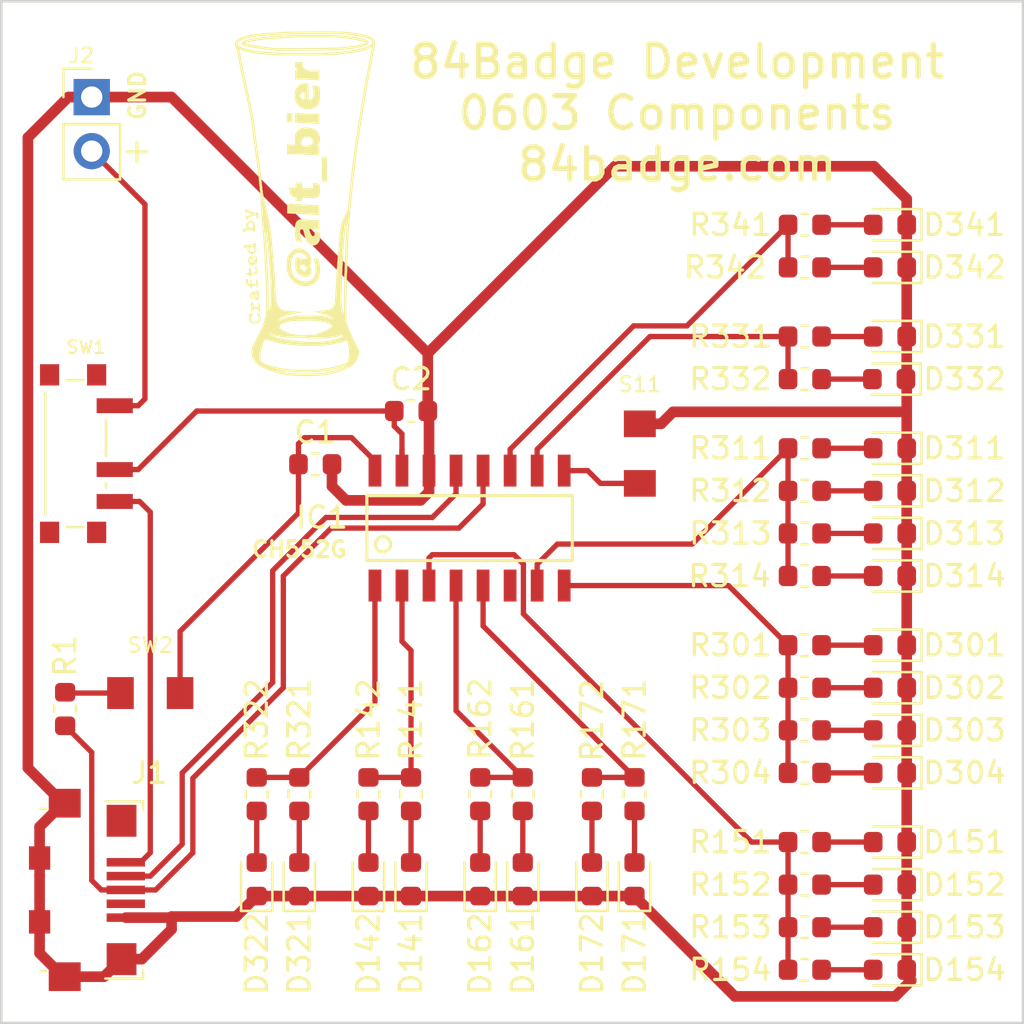
<source format=kicad_pcb>
(kicad_pcb (version 20171130) (host pcbnew "(5.1.0)-1")
  (title_block (title 84_Badge) (date 2020-03-21) (company "Created by @alt_bier a.k.a. Richard Gowen") (comment 1 84badge.com))
  (layers (0 F.Cu signal) (31 B.Cu signal) (34 B.Paste user) (35 F.Paste user) (36 B.SilkS user) (37 F.SilkS user) (38 B.Mask user) (39 F.Mask user) (44 Edge.Cuts user))
  (net 0 "")
  (net 1 GND)
  (net 2 V33)
  (net 3 VCC)
  (net 4 "Net-(D141-Pad2)")
  (net 5 "Net-(D142-Pad2)")
  (net 6 "Net-(D151-Pad2)")
  (net 7 "Net-(D152-Pad2)")
  (net 8 "Net-(D153-Pad2)")
  (net 9 "Net-(D154-Pad2)")
  (net 10 "Net-(D161-Pad2)")
  (net 11 "Net-(D162-Pad2)")
  (net 12 "Net-(D171-Pad2)")
  (net 13 "Net-(D172-Pad2)")
  (net 14 "Net-(D301-Pad2)")
  (net 15 "Net-(D302-Pad2)")
  (net 16 "Net-(D303-Pad2)")
  (net 17 "Net-(D304-Pad2)")
  (net 18 "Net-(D311-Pad2)")
  (net 19 "Net-(D312-Pad2)")
  (net 20 "Net-(D313-Pad2)")
  (net 21 "Net-(D314-Pad2)")
  (net 22 "Net-(D321-Pad2)")
  (net 23 "Net-(D322-Pad2)")
  (net 24 "Net-(D331-Pad2)")
  (net 25 "Net-(D332-Pad2)")
  (net 26 "Net-(D341-Pad2)")
  (net 27 "Net-(D342-Pad2)")
  (net 28 D-)
  (net 29 D+)
  (net 30 P3.4)
  (net 31 P3.3)
  (net 32 P1.1)
  (net 33 P3.0)
  (net 34 P3.1)
  (net 35 P1.7)
  (net 36 P1.6)
  (net 37 P1.5)
  (net 38 P1.4)
  (net 39 P3.2)
  (net 40 USB-PWR)
  (net 41 BAT-PWR)
  (net 42 "Net-(R1-Pad2)")
  (module 0_alt_bier:logo-alt_bier-1400dpi-7x16mm-front (layer F.Cu) (at 89 86.5)
    (fp_text reference G*** hide)
    (fp_text value LOGO hide)
  )
  (module 0_local:Conn_Pin_Header_Straight_1x02_Pitch2.54mm (layer F.Cu) (at 79 81.5)
    (fp_text reference J2 (at -1.15 -1.95 unlocked) (layer F.SilkS) (effects (font (size 0.7 0.7) (thickness 0.1)) (justify left)))
    (fp_text value Conn_01x02)
    (fp_text user GND (at 2.15 -0.075 90) (layer F.SilkS) (effects (font (size 0.75 0.75))))
    (pad 2 thru_hole oval (at 0 2.54) (size 1.7 1.7) (drill 1) (layers *.Cu *.Mask) (net 41 BAT-PWR))
    (pad 1 thru_hole rect (at 0 0) (size 1.7 1.7) (drill 1) (layers *.Cu *.Mask) (net 1 GND))
  )
  (module 0_local:SW_TS2306A240GFMSM9_C388290 (layer F.Cu) (at 104.75 98.25 90)
    (fp_text reference S11 (at 3.25 0 unlocked) (layer F.SilkS) (effects (font (size 0.7 0.7) (thickness 0.1))))
    (fp_text value SW_TS2306A hide)
    (pad 2 smd rect (at 1.4 0 90) (size 1.25 1.5) (layers F.Cu F.Paste F.Mask) (net 1 GND))
    (pad 1 smd rect (at -1.4 0 90) (size 1.25 1.5) (layers F.Cu F.Paste F.Mask) (net 32 P1.1))
  )
  (module 0_local:SW_SPDT_PCM12_C136659 (layer F.Cu) (at 78.25 98.25 270)
    (fp_text reference SW1 (at -5 0.5 unlocked) (layer F.SilkS) (effects (font (size 0.6 0.6) (thickness 0.1)) (justify left)))
    (fp_text value SPDT_C136659)
    (pad "" smd rect (at -3.7 -0.98 270) (size 1 0.9) (layers F.Cu F.Paste F.Mask))
    (pad "" smd rect (at 3.7 -0.98 270) (size 1 0.9) (layers F.Cu F.Paste F.Mask))
    (pad "" smd rect (at 3.7 1.23 270) (size 1 0.9) (layers F.Cu F.Paste F.Mask))
    (pad "" smd rect (at -3.7 1.23 270) (size 1 0.9) (layers F.Cu F.Paste F.Mask))
    (pad 3 smd rect (at 2.25 -1.83 270) (size 0.7 1.7) (layers F.Cu F.Paste F.Mask) (net 40 USB-PWR))
    (pad 2 smd rect (at 0.75 -1.83 270) (size 0.7 1.7) (layers F.Cu F.Paste F.Mask) (net 3 VCC))
    (pad 1 smd rect (at -2.25 -1.83 270) (size 0.7 1.7) (layers F.Cu F.Paste F.Mask) (net 41 BAT-PWR))
    (pad "" np_thru_hole circle (at 1.5 0.03 270) (size 0.9 0.9) (drill 0.9) (layers *.Cu *.Mask))
    (pad "" np_thru_hole circle (at -1.5 0.03 270) (size 0.9 0.9) (drill 0.9) (layers *.Cu *.Mask))
  )
  (module 0_local:SW_TS2306A240GFMSM9_C388290 (layer F.Cu) (at 81.75 109.5 180)
    (fp_text reference SW2 (at 0 2.25 unlocked) (layer F.SilkS) (effects (font (size 0.7 0.7) (thickness 0.1))))
    (fp_text value TS2306A hide)
    (pad 1 smd rect (at -1.4 0 180) (size 1.25 1.5) (layers F.Cu F.Paste F.Mask) (net 2 V33))
    (pad 2 smd rect (at 1.4 0 180) (size 1.25 1.5) (layers F.Cu F.Paste F.Mask) (net 42 "Net-(R1-Pad2)"))
  )
  (module 0_local:C_0603_1608Metric (layer F.Cu) (at 89.5 98.75)
    (fp_text reference C1 (at 0 -1.5) (layer F.SilkS))
    (fp_text value 0.1uF/100nF)
    (pad 2 smd roundrect (at 0.7875 0) (size 0.875 0.95) (layers F.Cu F.Paste F.Mask) (net 1 GND))
    (pad 1 smd roundrect (at -0.7875 0) (size 0.875 0.95) (layers F.Cu F.Paste F.Mask) (net 2 V33))
  )
  (module 0_local:C_0603_1608Metric (layer F.Cu) (at 94 96.25)
    (fp_text reference C2 (at 0 -1.5) (layer F.SilkS))
    (fp_text value 0.1uF/100nF)
    (pad 1 smd roundrect (at -0.7875 0) (size 0.875 0.95) (layers F.Cu F.Paste F.Mask) (net 3 VCC))
    (pad 2 smd roundrect (at 0.7875 0) (size 0.875 0.95) (layers F.Cu F.Paste F.Mask) (net 1 GND))
  )
  (module 0_local:LED_0603_1608Metric (layer F.Cu) (at 94 118.25 90)
    (fp_text reference D141 (at -3.5 0 90) (layer F.SilkS))
    (fp_text value Blue)
    (pad 2 smd roundrect (at 0.7875 0 90) (size 0.875 0.95) (layers F.Cu F.Paste F.Mask) (net 4 "Net-(D141-Pad2)"))
    (pad 1 smd roundrect (at -0.7875 0 90) (size 0.875 0.95) (layers F.Cu F.Paste F.Mask) (net 1 GND))
  )
  (module 0_local:LED_0603_1608Metric (layer F.Cu) (at 92 118.25 90)
    (fp_text reference D142 (at -3.5 0 90) (layer F.SilkS))
    (fp_text value Blue)
    (pad 1 smd roundrect (at -0.7875 0 90) (size 0.875 0.95) (layers F.Cu F.Paste F.Mask) (net 1 GND))
    (pad 2 smd roundrect (at 0.7875 0 90) (size 0.875 0.95) (layers F.Cu F.Paste F.Mask) (net 5 "Net-(D142-Pad2)"))
  )
  (module 0_local:LED_0603_1608Metric (layer F.Cu) (at 116.5 116.5 180)
    (fp_text reference D151 (at -3.5 0 180) (layer F.SilkS))
    (fp_text value Yellow)
    (pad 1 smd roundrect (at -0.7875 0 180) (size 0.875 0.95) (layers F.Cu F.Paste F.Mask) (net 1 GND))
    (pad 2 smd roundrect (at 0.7875 0 180) (size 0.875 0.95) (layers F.Cu F.Paste F.Mask) (net 6 "Net-(D151-Pad2)"))
  )
  (module 0_local:LED_0603_1608Metric (layer F.Cu) (at 116.5 118.5 180)
    (fp_text reference D152 (at -3.5 0 180) (layer F.SilkS))
    (fp_text value Yellow)
    (pad 2 smd roundrect (at 0.7875 0 180) (size 0.875 0.95) (layers F.Cu F.Paste F.Mask) (net 7 "Net-(D152-Pad2)"))
    (pad 1 smd roundrect (at -0.7875 0 180) (size 0.875 0.95) (layers F.Cu F.Paste F.Mask) (net 1 GND))
  )
  (module 0_local:LED_0603_1608Metric (layer F.Cu) (at 116.5 120.5 180)
    (fp_text reference D153 (at -3.5 0 180) (layer F.SilkS))
    (fp_text value Yellow)
    (pad 2 smd roundrect (at 0.7875 0 180) (size 0.875 0.95) (layers F.Cu F.Paste F.Mask) (net 8 "Net-(D153-Pad2)"))
    (pad 1 smd roundrect (at -0.7875 0 180) (size 0.875 0.95) (layers F.Cu F.Paste F.Mask) (net 1 GND))
  )
  (module 0_local:LED_0603_1608Metric (layer F.Cu) (at 116.5 122.5 180)
    (fp_text reference D154 (at -3.5 0 180) (layer F.SilkS))
    (fp_text value Yellow)
    (pad 1 smd roundrect (at -0.7875 0 180) (size 0.875 0.95) (layers F.Cu F.Paste F.Mask) (net 1 GND))
    (pad 2 smd roundrect (at 0.7875 0 180) (size 0.875 0.95) (layers F.Cu F.Paste F.Mask) (net 9 "Net-(D154-Pad2)"))
  )
  (module 0_local:LED_0603_1608Metric (layer F.Cu) (at 99.25 118.25 90)
    (fp_text reference D161 (at -3.5 0 90) (layer F.SilkS))
    (fp_text value Blue)
    (pad 2 smd roundrect (at 0.7875 0 90) (size 0.875 0.95) (layers F.Cu F.Paste F.Mask) (net 10 "Net-(D161-Pad2)"))
    (pad 1 smd roundrect (at -0.7875 0 90) (size 0.875 0.95) (layers F.Cu F.Paste F.Mask) (net 1 GND))
  )
  (module 0_local:LED_0603_1608Metric (layer F.Cu) (at 97.25 118.25 90)
    (fp_text reference D162 (at -3.5 0 90) (layer F.SilkS))
    (fp_text value Blue)
    (pad 2 smd roundrect (at 0.7875 0 90) (size 0.875 0.95) (layers F.Cu F.Paste F.Mask) (net 11 "Net-(D162-Pad2)"))
    (pad 1 smd roundrect (at -0.7875 0 90) (size 0.875 0.95) (layers F.Cu F.Paste F.Mask) (net 1 GND))
  )
  (module 0_local:LED_0603_1608Metric (layer F.Cu) (at 104.5 118.25 90)
    (fp_text reference D171 (at -3.5 0 90) (layer F.SilkS))
    (fp_text value Blue)
    (pad 2 smd roundrect (at 0.7875 0 90) (size 0.875 0.95) (layers F.Cu F.Paste F.Mask) (net 12 "Net-(D171-Pad2)"))
    (pad 1 smd roundrect (at -0.7875 0 90) (size 0.875 0.95) (layers F.Cu F.Paste F.Mask) (net 1 GND))
  )
  (module 0_local:LED_0603_1608Metric (layer F.Cu) (at 102.5 118.25 90)
    (fp_text reference D172 (at -3.5 0 90) (layer F.SilkS))
    (fp_text value Blue)
    (pad 1 smd roundrect (at -0.7875 0 90) (size 0.875 0.95) (layers F.Cu F.Paste F.Mask) (net 1 GND))
    (pad 2 smd roundrect (at 0.7875 0 90) (size 0.875 0.95) (layers F.Cu F.Paste F.Mask) (net 13 "Net-(D172-Pad2)"))
  )
  (module 0_local:LED_0603_1608Metric (layer F.Cu) (at 116.5 107.25 180)
    (fp_text reference D301 (at -3.5 0 180) (layer F.SilkS))
    (fp_text value Yellow)
    (pad 1 smd roundrect (at -0.7875 0 180) (size 0.875 0.95) (layers F.Cu F.Paste F.Mask) (net 1 GND))
    (pad 2 smd roundrect (at 0.7875 0 180) (size 0.875 0.95) (layers F.Cu F.Paste F.Mask) (net 14 "Net-(D301-Pad2)"))
  )
  (module 0_local:LED_0603_1608Metric (layer F.Cu) (at 116.5 109.25 180)
    (fp_text reference D302 (at -3.5 0 180) (layer F.SilkS))
    (fp_text value Yellow)
    (pad 1 smd roundrect (at -0.7875 0 180) (size 0.875 0.95) (layers F.Cu F.Paste F.Mask) (net 1 GND))
    (pad 2 smd roundrect (at 0.7875 0 180) (size 0.875 0.95) (layers F.Cu F.Paste F.Mask) (net 15 "Net-(D302-Pad2)"))
  )
  (module 0_local:LED_0603_1608Metric (layer F.Cu) (at 116.5 111.25 180)
    (fp_text reference D303 (at -3.5 0 180) (layer F.SilkS))
    (fp_text value Yellow)
    (pad 2 smd roundrect (at 0.7875 0 180) (size 0.875 0.95) (layers F.Cu F.Paste F.Mask) (net 16 "Net-(D303-Pad2)"))
    (pad 1 smd roundrect (at -0.7875 0 180) (size 0.875 0.95) (layers F.Cu F.Paste F.Mask) (net 1 GND))
  )
  (module 0_local:LED_0603_1608Metric (layer F.Cu) (at 116.5 113.25 180)
    (fp_text reference D304 (at -3.5 0 180) (layer F.SilkS))
    (fp_text value Yellow)
    (pad 1 smd roundrect (at -0.7875 0 180) (size 0.875 0.95) (layers F.Cu F.Paste F.Mask) (net 1 GND))
    (pad 2 smd roundrect (at 0.7875 0 180) (size 0.875 0.95) (layers F.Cu F.Paste F.Mask) (net 17 "Net-(D304-Pad2)"))
  )
  (module 0_local:LED_0603_1608Metric (layer F.Cu) (at 116.5 98 180)
    (fp_text reference D311 (at -3.5 0 180) (layer F.SilkS))
    (fp_text value Red)
    (pad 2 smd roundrect (at 0.7875 0 180) (size 0.875 0.95) (layers F.Cu F.Paste F.Mask) (net 18 "Net-(D311-Pad2)"))
    (pad 1 smd roundrect (at -0.7875 0 180) (size 0.875 0.95) (layers F.Cu F.Paste F.Mask) (net 1 GND))
  )
  (module 0_local:LED_0603_1608Metric (layer F.Cu) (at 116.5 100 180)
    (fp_text reference D312 (at -3.5 0 180) (layer F.SilkS))
    (fp_text value Red)
    (pad 1 smd roundrect (at -0.7875 0 180) (size 0.875 0.95) (layers F.Cu F.Paste F.Mask) (net 1 GND))
    (pad 2 smd roundrect (at 0.7875 0 180) (size 0.875 0.95) (layers F.Cu F.Paste F.Mask) (net 19 "Net-(D312-Pad2)"))
  )
  (module 0_local:LED_0603_1608Metric (layer F.Cu) (at 116.5 102 180)
    (fp_text reference D313 (at -3.5 0 180) (layer F.SilkS))
    (fp_text value Red)
    (pad 2 smd roundrect (at 0.7875 0 180) (size 0.875 0.95) (layers F.Cu F.Paste F.Mask) (net 20 "Net-(D313-Pad2)"))
    (pad 1 smd roundrect (at -0.7875 0 180) (size 0.875 0.95) (layers F.Cu F.Paste F.Mask) (net 1 GND))
  )
  (module 0_local:LED_0603_1608Metric (layer F.Cu) (at 116.5 104 180)
    (fp_text reference D314 (at -3.5 0 180) (layer F.SilkS))
    (fp_text value Red)
    (pad 1 smd roundrect (at -0.7875 0 180) (size 0.875 0.95) (layers F.Cu F.Paste F.Mask) (net 1 GND))
    (pad 2 smd roundrect (at 0.7875 0 180) (size 0.875 0.95) (layers F.Cu F.Paste F.Mask) (net 21 "Net-(D314-Pad2)"))
  )
  (module 0_local:LED_0603_1608Metric (layer F.Cu) (at 88.75 118.25 90)
    (fp_text reference D321 (at -3.5 0 90) (layer F.SilkS))
    (fp_text value Blue)
    (pad 1 smd roundrect (at -0.7875 0 90) (size 0.875 0.95) (layers F.Cu F.Paste F.Mask) (net 1 GND))
    (pad 2 smd roundrect (at 0.7875 0 90) (size 0.875 0.95) (layers F.Cu F.Paste F.Mask) (net 22 "Net-(D321-Pad2)"))
  )
  (module 0_local:LED_0603_1608Metric (layer F.Cu) (at 86.75 118.25 90)
    (fp_text reference D322 (at -3.5 0 90) (layer F.SilkS))
    (fp_text value Blue)
    (pad 1 smd roundrect (at -0.7875 0 90) (size 0.875 0.95) (layers F.Cu F.Paste F.Mask) (net 1 GND))
    (pad 2 smd roundrect (at 0.7875 0 90) (size 0.875 0.95) (layers F.Cu F.Paste F.Mask) (net 23 "Net-(D322-Pad2)"))
  )
  (module 0_local:LED_0603_1608Metric (layer F.Cu) (at 116.5 92.75 180)
    (fp_text reference D331 (at -3.5 0 180) (layer F.SilkS))
    (fp_text value Red)
    (pad 2 smd roundrect (at 0.7875 0 180) (size 0.875 0.95) (layers F.Cu F.Paste F.Mask) (net 24 "Net-(D331-Pad2)"))
    (pad 1 smd roundrect (at -0.7875 0 180) (size 0.875 0.95) (layers F.Cu F.Paste F.Mask) (net 1 GND))
  )
  (module 0_local:LED_0603_1608Metric (layer F.Cu) (at 116.4625 94.75 180)
    (fp_text reference D332 (at -3.5375 0 180) (layer F.SilkS))
    (fp_text value Red)
    (pad 2 smd roundrect (at 0.7875 0 180) (size 0.875 0.95) (layers F.Cu F.Paste F.Mask) (net 25 "Net-(D332-Pad2)"))
    (pad 1 smd roundrect (at -0.7875 0 180) (size 0.875 0.95) (layers F.Cu F.Paste F.Mask) (net 1 GND))
  )
  (module 0_local:LED_0603_1608Metric (layer F.Cu) (at 116.5 87.5 180)
    (fp_text reference D341 (at -3.5 0 180) (layer F.SilkS))
    (fp_text value Red)
    (pad 2 smd roundrect (at 0.7875 0 180) (size 0.875 0.95) (layers F.Cu F.Paste F.Mask) (net 26 "Net-(D341-Pad2)"))
    (pad 1 smd roundrect (at -0.7875 0 180) (size 0.875 0.95) (layers F.Cu F.Paste F.Mask) (net 1 GND))
  )
  (module 0_local:LED_0603_1608Metric (layer F.Cu) (at 116.5 89.5 180)
    (fp_text reference D342 (at -3.5 0 180) (layer F.SilkS))
    (fp_text value Red)
    (pad 1 smd roundrect (at -0.7875 0 180) (size 0.875 0.95) (layers F.Cu F.Paste F.Mask) (net 1 GND))
    (pad 2 smd roundrect (at 0.7875 0 180) (size 0.875 0.95) (layers F.Cu F.Paste F.Mask) (net 27 "Net-(D342-Pad2)"))
  )
  (module 0_local:IC_SOIC-16_3.9x9.9mm_Pitch1.27mm (layer F.Cu) (at 96.75 101.75 90)
    (fp_text reference IC1 (at 0.5 -8.25 unlocked) (layer F.SilkS) (effects (justify left)))
    (fp_text value IC_CH552G)
    (fp_text user CH552G (at -1 -8) (layer F.SilkS) (effects (font (size 0.75 0.75))))
    (pad 16 smd rect (at 2.7 -4.445 90) (size 1.5 0.6) (layers F.Cu F.Paste F.Mask) (net 2 V33))
    (pad 15 smd rect (at 2.7 -3.175 90) (size 1.5 0.6) (layers F.Cu F.Paste F.Mask) (net 3 VCC))
    (pad 14 smd rect (at 2.7 -1.905 90) (size 1.5 0.6) (layers F.Cu F.Paste F.Mask) (net 1 GND))
    (pad 13 smd rect (at 2.7 -0.635 90) (size 1.5 0.6) (layers F.Cu F.Paste F.Mask) (net 28 D-))
    (pad 12 smd rect (at 2.7 0.635 90) (size 1.5 0.6) (layers F.Cu F.Paste F.Mask) (net 29 D+))
    (pad 11 smd rect (at 2.7 1.905 90) (size 1.5 0.6) (layers F.Cu F.Paste F.Mask) (net 30 P3.4))
    (pad 10 smd rect (at 2.7 3.175 90) (size 1.5 0.6) (layers F.Cu F.Paste F.Mask) (net 31 P3.3))
    (pad 9 smd rect (at 2.7 4.445 90) (size 1.5 0.6) (layers F.Cu F.Paste F.Mask) (net 32 P1.1))
    (pad 8 smd rect (at -2.7 4.445 90) (size 1.5 0.6) (layers F.Cu F.Paste F.Mask) (net 33 P3.0))
    (pad 7 smd rect (at -2.7 3.175 90) (size 1.5 0.6) (layers F.Cu F.Paste F.Mask) (net 34 P3.1))
    (pad 6 smd rect (at -2.7 1.905 90) (size 1.5 0.6) (layers F.Cu F.Paste F.Mask))
    (pad 5 smd rect (at -2.7 0.635 90) (size 1.5 0.6) (layers F.Cu F.Paste F.Mask) (net 35 P1.7))
    (pad 4 smd rect (at -2.7 -0.635 90) (size 1.5 0.6) (layers F.Cu F.Paste F.Mask) (net 36 P1.6))
    (pad 3 smd rect (at -2.7 -1.905 90) (size 1.5 0.6) (layers F.Cu F.Paste F.Mask) (net 37 P1.5))
    (pad 2 smd rect (at -2.7 -3.175 90) (size 1.5 0.6) (layers F.Cu F.Paste F.Mask) (net 38 P1.4))
    (pad 1 smd rect (at -2.7 -4.445 90) (size 1.5 0.6) (layers F.Cu F.Paste F.Mask) (net 39 P3.2))
  )
  (module 0_local:USB_Micro-B_Jing (layer F.Cu) (at 78.5 118.75 270)
    (fp_text reference J1 (at -5.5 -2.25 unlocked) (layer F.SilkS) (effects (justify left)))
    (fp_text value USB_B_Micro)
    (pad 6 smd rect (at 1.5 1.95 270) (size 1.1 1) (layers F.Cu F.Paste F.Mask) (net 1 GND))
    (pad 6 smd rect (at -1.5 1.95 270) (size 1.1 1) (layers F.Cu F.Paste F.Mask) (net 1 GND))
    (pad 6 smd rect (at 4.075 0.77 270) (size 1.35 1.5) (layers F.Cu F.Paste F.Mask) (net 1 GND))
    (pad 6 smd rect (at -4.075 0.77 270) (size 1.35 1.5) (layers F.Cu F.Paste F.Mask) (net 1 GND))
    (pad "" np_thru_hole circle (at 2 -1.45 270) (size 0.5 0.5) (drill 0.5) (layers *.Cu *.Mask))
    (pad "" np_thru_hole circle (at -2 -1.45 270) (size 0.5 0.5) (drill 0.5) (layers *.Cu *.Mask))
    (pad 5 smd rect (at 1.3 -2.1 270) (size 0.4 1.8) (layers F.Cu F.Paste F.Mask) (net 1 GND))
    (pad 1 smd rect (at -1.3 -2.1 270) (size 0.4 1.8) (layers F.Cu F.Paste F.Mask) (net 40 USB-PWR))
    (pad 4 smd rect (at 0.65 -2.1 270) (size 0.4 1.8) (layers F.Cu F.Paste F.Mask))
    (pad 2 smd rect (at -0.65 -2.1 270) (size 0.4 1.8) (layers F.Cu F.Paste F.Mask) (net 28 D-))
    (pad 3 smd rect (at 0 -2.1 270) (size 0.4 1.8) (layers F.Cu F.Paste F.Mask) (net 29 D+))
    (pad 6 smd rect (at 3.25 -1.9 270) (size 1.5 1.4) (layers F.Cu F.Paste F.Mask) (net 1 GND))
    (pad 6 smd rect (at -3.25 -1.9 270) (size 1.5 1.4) (layers F.Cu F.Paste F.Mask) (net 1 GND))
  )
  (module 0_local:R_0603_1608Metric (layer F.Cu) (at 77.75 110.25 90)
    (fp_text reference R1 (at 2.5 0 90) (layer F.SilkS))
    (fp_text value "10k Ohms")
    (pad 1 smd roundrect (at -0.7875 0 90) (size 0.875 0.95) (layers F.Cu F.Paste F.Mask) (net 29 D+))
    (pad 2 smd roundrect (at 0.7875 0 90) (size 0.875 0.95) (layers F.Cu F.Paste F.Mask) (net 42 "Net-(R1-Pad2)"))
  )
  (module 0_local:R_0603_1608Metric (layer F.Cu) (at 94 114.25 270)
    (fp_text reference R141 (at -3.5 0 270) (layer F.SilkS))
    (fp_text value "220 Ohms")
    (pad 1 smd roundrect (at -0.7875 0 270) (size 0.875 0.95) (layers F.Cu F.Paste F.Mask) (net 38 P1.4))
    (pad 2 smd roundrect (at 0.7875 0 270) (size 0.875 0.95) (layers F.Cu F.Paste F.Mask) (net 4 "Net-(D141-Pad2)"))
  )
  (module 0_local:R_0603_1608Metric (layer F.Cu) (at 92 114.25 270)
    (fp_text reference R142 (at -3.5 0 270) (layer F.SilkS))
    (fp_text value "220 Ohms")
    (pad 2 smd roundrect (at 0.7875 0 270) (size 0.875 0.95) (layers F.Cu F.Paste F.Mask) (net 5 "Net-(D142-Pad2)"))
    (pad 1 smd roundrect (at -0.7875 0 270) (size 0.875 0.95) (layers F.Cu F.Paste F.Mask) (net 38 P1.4))
  )
  (module 0_local:R_0603_1608Metric (layer F.Cu) (at 112.5 116.5)
    (fp_text reference R151 (at -3.5 0) (layer F.SilkS))
    (fp_text value "220 Ohms")
    (pad 1 smd roundrect (at -0.7875 0) (size 0.875 0.95) (layers F.Cu F.Paste F.Mask) (net 37 P1.5))
    (pad 2 smd roundrect (at 0.7875 0) (size 0.875 0.95) (layers F.Cu F.Paste F.Mask) (net 6 "Net-(D151-Pad2)"))
  )
  (module 0_local:R_0603_1608Metric (layer F.Cu) (at 112.5 118.5)
    (fp_text reference R152 (at -3.5 0) (layer F.SilkS))
    (fp_text value "220 Ohms")
    (pad 1 smd roundrect (at -0.7875 0) (size 0.875 0.95) (layers F.Cu F.Paste F.Mask) (net 37 P1.5))
    (pad 2 smd roundrect (at 0.7875 0) (size 0.875 0.95) (layers F.Cu F.Paste F.Mask) (net 7 "Net-(D152-Pad2)"))
  )
  (module 0_local:R_0603_1608Metric (layer F.Cu) (at 112.5 120.5)
    (fp_text reference R153 (at -3.5 0) (layer F.SilkS))
    (fp_text value "220 Ohms")
    (pad 2 smd roundrect (at 0.7875 0) (size 0.875 0.95) (layers F.Cu F.Paste F.Mask) (net 8 "Net-(D153-Pad2)"))
    (pad 1 smd roundrect (at -0.7875 0) (size 0.875 0.95) (layers F.Cu F.Paste F.Mask) (net 37 P1.5))
  )
  (module 0_local:R_0603_1608Metric (layer F.Cu) (at 112.5 122.5)
    (fp_text reference R154 (at -3.5 0) (layer F.SilkS))
    (fp_text value "220 Ohms")
    (pad 2 smd roundrect (at 0.7875 0) (size 0.875 0.95) (layers F.Cu F.Paste F.Mask) (net 9 "Net-(D154-Pad2)"))
    (pad 1 smd roundrect (at -0.7875 0) (size 0.875 0.95) (layers F.Cu F.Paste F.Mask) (net 37 P1.5))
  )
  (module 0_local:R_0603_1608Metric (layer F.Cu) (at 99.25 114.25 270)
    (fp_text reference R161 (at -3.5 0 270) (layer F.SilkS))
    (fp_text value "220 Ohms")
    (pad 1 smd roundrect (at -0.7875 0 270) (size 0.875 0.95) (layers F.Cu F.Paste F.Mask) (net 36 P1.6))
    (pad 2 smd roundrect (at 0.7875 0 270) (size 0.875 0.95) (layers F.Cu F.Paste F.Mask) (net 10 "Net-(D161-Pad2)"))
  )
  (module 0_local:R_0603_1608Metric (layer F.Cu) (at 97.25 114.25 270)
    (fp_text reference R162 (at -3.5375 0 270) (layer F.SilkS))
    (fp_text value "220 Ohms")
    (pad 2 smd roundrect (at 0.7875 0 270) (size 0.875 0.95) (layers F.Cu F.Paste F.Mask) (net 11 "Net-(D162-Pad2)"))
    (pad 1 smd roundrect (at -0.7875 0 270) (size 0.875 0.95) (layers F.Cu F.Paste F.Mask) (net 36 P1.6))
  )
  (module 0_local:R_0603_1608Metric (layer F.Cu) (at 104.5 114.25 270)
    (fp_text reference R171 (at -3.5 0 270) (layer F.SilkS))
    (fp_text value "220 Ohms")
    (pad 1 smd roundrect (at -0.7875 0 270) (size 0.875 0.95) (layers F.Cu F.Paste F.Mask) (net 35 P1.7))
    (pad 2 smd roundrect (at 0.7875 0 270) (size 0.875 0.95) (layers F.Cu F.Paste F.Mask) (net 12 "Net-(D171-Pad2)"))
  )
  (module 0_local:R_0603_1608Metric (layer F.Cu) (at 102.5 114.25 270)
    (fp_text reference R172 (at -3.4625 0 270) (layer F.SilkS))
    (fp_text value "220 Ohms")
    (pad 2 smd roundrect (at 0.7875 0 270) (size 0.875 0.95) (layers F.Cu F.Paste F.Mask) (net 13 "Net-(D172-Pad2)"))
    (pad 1 smd roundrect (at -0.7875 0 270) (size 0.875 0.95) (layers F.Cu F.Paste F.Mask) (net 35 P1.7))
  )
  (module 0_local:R_0603_1608Metric (layer F.Cu) (at 112.5 107.25)
    (fp_text reference R301 (at -3.5 0) (layer F.SilkS))
    (fp_text value "220 Ohms")
    (pad 1 smd roundrect (at -0.7875 0) (size 0.875 0.95) (layers F.Cu F.Paste F.Mask) (net 33 P3.0))
    (pad 2 smd roundrect (at 0.7875 0) (size 0.875 0.95) (layers F.Cu F.Paste F.Mask) (net 14 "Net-(D301-Pad2)"))
  )
  (module 0_local:R_0603_1608Metric (layer F.Cu) (at 112.5 109.25)
    (fp_text reference R302 (at -3.5 0) (layer F.SilkS))
    (fp_text value "220 Ohms")
    (pad 1 smd roundrect (at -0.7875 0) (size 0.875 0.95) (layers F.Cu F.Paste F.Mask) (net 33 P3.0))
    (pad 2 smd roundrect (at 0.7875 0) (size 0.875 0.95) (layers F.Cu F.Paste F.Mask) (net 15 "Net-(D302-Pad2)"))
  )
  (module 0_local:R_0603_1608Metric (layer F.Cu) (at 112.5 111.25)
    (fp_text reference R303 (at -3.5 0) (layer F.SilkS))
    (fp_text value "220 Ohms")
    (pad 2 smd roundrect (at 0.7875 0) (size 0.875 0.95) (layers F.Cu F.Paste F.Mask) (net 16 "Net-(D303-Pad2)"))
    (pad 1 smd roundrect (at -0.7875 0) (size 0.875 0.95) (layers F.Cu F.Paste F.Mask) (net 33 P3.0))
  )
  (module 0_local:R_0603_1608Metric (layer F.Cu) (at 112.5 113.25)
    (fp_text reference R304 (at -3.5 0) (layer F.SilkS))
    (fp_text value "220 Ohms")
    (pad 2 smd roundrect (at 0.7875 0) (size 0.875 0.95) (layers F.Cu F.Paste F.Mask) (net 17 "Net-(D304-Pad2)"))
    (pad 1 smd roundrect (at -0.7875 0) (size 0.875 0.95) (layers F.Cu F.Paste F.Mask) (net 33 P3.0))
  )
  (module 0_local:R_0603_1608Metric (layer F.Cu) (at 112.5 98)
    (fp_text reference R311 (at -3.5 0) (layer F.SilkS))
    (fp_text value "220 Ohms")
    (pad 2 smd roundrect (at 0.7875 0) (size 0.875 0.95) (layers F.Cu F.Paste F.Mask) (net 18 "Net-(D311-Pad2)"))
    (pad 1 smd roundrect (at -0.7875 0) (size 0.875 0.95) (layers F.Cu F.Paste F.Mask) (net 34 P3.1))
  )
  (module 0_local:R_0603_1608Metric (layer F.Cu) (at 112.5 100)
    (fp_text reference R312 (at -3.5 0) (layer F.SilkS))
    (fp_text value "220 Ohms")
    (pad 1 smd roundrect (at -0.7875 0) (size 0.875 0.95) (layers F.Cu F.Paste F.Mask) (net 34 P3.1))
    (pad 2 smd roundrect (at 0.7875 0) (size 0.875 0.95) (layers F.Cu F.Paste F.Mask) (net 19 "Net-(D312-Pad2)"))
  )
  (module 0_local:R_0603_1608Metric (layer F.Cu) (at 112.5 102)
    (fp_text reference R313 (at -3.5 0) (layer F.SilkS))
    (fp_text value "220 Ohms")
    (pad 2 smd roundrect (at 0.7875 0) (size 0.875 0.95) (layers F.Cu F.Paste F.Mask) (net 20 "Net-(D313-Pad2)"))
    (pad 1 smd roundrect (at -0.7875 0) (size 0.875 0.95) (layers F.Cu F.Paste F.Mask) (net 34 P3.1))
  )
  (module 0_local:R_0603_1608Metric (layer F.Cu) (at 112.5 104)
    (fp_text reference R314 (at -3.5375 0) (layer F.SilkS))
    (fp_text value "220 Ohms")
    (pad 1 smd roundrect (at -0.7875 0) (size 0.875 0.95) (layers F.Cu F.Paste F.Mask) (net 34 P3.1))
    (pad 2 smd roundrect (at 0.7875 0) (size 0.875 0.95) (layers F.Cu F.Paste F.Mask) (net 21 "Net-(D314-Pad2)"))
  )
  (module 0_local:R_0603_1608Metric (layer F.Cu) (at 88.75 114.25 270)
    (fp_text reference R321 (at -3.5 0 270) (layer F.SilkS))
    (fp_text value "220 Ohms")
    (pad 1 smd roundrect (at -0.7875 0 270) (size 0.875 0.95) (layers F.Cu F.Paste F.Mask) (net 39 P3.2))
    (pad 2 smd roundrect (at 0.7875 0 270) (size 0.875 0.95) (layers F.Cu F.Paste F.Mask) (net 22 "Net-(D321-Pad2)"))
  )
  (module 0_local:R_0603_1608Metric (layer F.Cu) (at 86.75 114.25 270)
    (fp_text reference R322 (at -3.5 0 270) (layer F.SilkS))
    (fp_text value "220 Ohms")
    (pad 2 smd roundrect (at 0.7875 0 270) (size 0.875 0.95) (layers F.Cu F.Paste F.Mask) (net 23 "Net-(D322-Pad2)"))
    (pad 1 smd roundrect (at -0.7875 0 270) (size 0.875 0.95) (layers F.Cu F.Paste F.Mask) (net 39 P3.2))
  )
  (module 0_local:R_0603_1608Metric (layer F.Cu) (at 112.5 92.75)
    (fp_text reference R331 (at -3.5 0) (layer F.SilkS))
    (fp_text value "220 Ohms")
    (pad 1 smd roundrect (at -0.7875 0) (size 0.875 0.95) (layers F.Cu F.Paste F.Mask) (net 31 P3.3))
    (pad 2 smd roundrect (at 0.7875 0) (size 0.875 0.95) (layers F.Cu F.Paste F.Mask) (net 24 "Net-(D331-Pad2)"))
  )
  (module 0_local:R_0603_1608Metric (layer F.Cu) (at 112.5 94.75)
    (fp_text reference R332 (at -3.5 0) (layer F.SilkS))
    (fp_text value "220 Ohms")
    (pad 2 smd roundrect (at 0.7875 0) (size 0.875 0.95) (layers F.Cu F.Paste F.Mask) (net 25 "Net-(D332-Pad2)"))
    (pad 1 smd roundrect (at -0.7875 0) (size 0.875 0.95) (layers F.Cu F.Paste F.Mask) (net 31 P3.3))
  )
  (module 0_local:R_0603_1608Metric (layer F.Cu) (at 112.5 87.5)
    (fp_text reference R341 (at -3.5 0) (layer F.SilkS))
    (fp_text value "220 Ohms")
    (pad 1 smd roundrect (at -0.7875 0) (size 0.875 0.95) (layers F.Cu F.Paste F.Mask) (net 30 P3.4))
    (pad 2 smd roundrect (at 0.7875 0) (size 0.875 0.95) (layers F.Cu F.Paste F.Mask) (net 26 "Net-(D341-Pad2)"))
  )
  (module 0_local:R_0603_1608Metric (layer F.Cu) (at 112.5 89.5)
    (fp_text reference R342 (at -3.75 0) (layer F.SilkS))
    (fp_text value "220 Ohms")
    (pad 2 smd roundrect (at 0.7875 0) (size 0.875 0.95) (layers F.Cu F.Paste F.Mask) (net 27 "Net-(D342-Pad2)"))
    (pad 1 smd roundrect (at -0.7875 0) (size 0.875 0.95) (layers F.Cu F.Paste F.Mask) (net 30 P3.4))
  )
  (gr_text "84Badge Development\n0603 Components\n84badge.com" (at 106.5 82.25) (layer F.SilkS) (effects (font (size 1.5 1.5) (thickness 0.25))))
  (gr_line (start 122.75 125) (end 74.75 125) (layer Edge.Cuts) (width 0.12))
  (gr_line (start 122.75 77) (end 122.75 125) (layer Edge.Cuts) (width 0.12))
  (gr_line (start 74.75 77) (end 122.75 77) (layer Edge.Cuts) (width 0.12))
  (gr_line (start 74.75 125) (end 74.75 77) (layer Edge.Cuts) (width 0.12))
  (segment (start 94.845 96.3075) (end 94.7875 96.25) (width 0.25) (layer F.Cu) (net 1))
  (segment (start 94.845 99.05) (end 94.845 96.3075) (width 0.5) (layer F.Cu) (net 1))
  (segment (start 94.845 99.05) (end 94.845 100.05) (width 0.5) (layer F.Cu) (net 1))
  (segment (start 90.2875 98.75) (end 90.2875 99.7875) (width 0.5) (layer F.Cu) (net 1))
  (segment (start 90.9475 100.4475) (end 94.4475 100.4475) (width 0.5) (layer F.Cu) (net 1))
  (segment (start 90.2875 99.7875) (end 90.9475 100.4475) (width 0.5) (layer F.Cu) (net 1))
  (segment (start 94.845 100.05) (end 94.4475 100.4475) (width 0.5) (layer F.Cu) (net 1))
  (segment (start 94.7875 96.25) (end 94.7875 93.5375) (width 0.5) (layer F.Cu) (net 1))
  (segment (start 82.75 81.5) (end 79 81.5) (width 0.5) (layer F.Cu) (net 1))
  (segment (start 94.7875 93.5375) (end 82.75 81.5) (width 0.5) (layer F.Cu) (net 1))
  (segment (start 76 113.02) (end 77.655 114.675) (width 0.5) (layer F.Cu) (net 1))
  (segment (start 76 83.4) (end 76 113.02) (width 0.5) (layer F.Cu) (net 1))
  (segment (start 77.9 81.5) (end 76 83.4) (width 0.5) (layer F.Cu) (net 1))
  (segment (start 79 81.5) (end 77.9 81.5) (width 0.5) (layer F.Cu) (net 1))
  (segment (start 76.55 116.45) (end 76.55 117.25) (width 0.5) (layer F.Cu) (net 1))
  (segment (start 76.55 115.78) (end 76.55 116.45) (width 0.5) (layer F.Cu) (net 1))
  (segment (start 77.655 114.675) (end 76.55 115.78) (width 0.5) (layer F.Cu) (net 1))
  (segment (start 77.73 114.675) (end 77.655 114.675) (width 0.25) (layer F.Cu) (net 1))
  (segment (start 76.55 118.05) (end 76.55 120.25) (width 0.5) (layer F.Cu) (net 1))
  (segment (start 76.55 117.25) (end 76.55 118.05) (width 0.5) (layer F.Cu) (net 1))
  (segment (start 77.655 122.825) (end 77.73 122.825) (width 0.25) (layer F.Cu) (net 1))
  (segment (start 76.55 121.72) (end 77.655 122.825) (width 0.5) (layer F.Cu) (net 1))
  (segment (start 76.55 120.25) (end 76.55 121.72) (width 0.5) (layer F.Cu) (net 1))
  (segment (start 79.575 122.825) (end 80.4 122) (width 0.5) (layer F.Cu) (net 1))
  (segment (start 77.73 122.825) (end 79.575 122.825) (width 0.5) (layer F.Cu) (net 1))
  (segment (start 81.35 122) (end 82.75 120.6) (width 0.5) (layer F.Cu) (net 1))
  (segment (start 80.4 122) (end 81.35 122) (width 0.5) (layer F.Cu) (net 1))
  (segment (start 82.75 120.6) (end 82.75 120) (width 0.5) (layer F.Cu) (net 1))
  (segment (start 82.7 120.05) (end 80.6 120.05) (width 0.5) (layer F.Cu) (net 1))
  (segment (start 82.75 120) (end 82.7 120.05) (width 0.25) (layer F.Cu) (net 1))
  (segment (start 85.7875 120) (end 86.75 119.0375) (width 0.5) (layer F.Cu) (net 1))
  (segment (start 82.75 120) (end 85.7875 120) (width 0.5) (layer F.Cu) (net 1))
  (segment (start 86.75 119.0375) (end 104.5 119.0375) (width 0.5) (layer F.Cu) (net 1))
  (segment (start 104.5 119.0375) (end 109.2125 123.75) (width 0.5) (layer F.Cu) (net 1))
  (segment (start 109.2125 123.75) (end 116.75 123.75) (width 0.5) (layer F.Cu) (net 1))
  (segment (start 116.75 123.75) (end 117.5 123) (width 0.5) (layer F.Cu) (net 1))
  (segment (start 117.2875 122.7875) (end 117.2875 122.5) (width 0.25) (layer F.Cu) (net 1))
  (segment (start 117.5 123) (end 117.2875 122.7875) (width 0.5) (layer F.Cu) (net 1))
  (segment (start 106.3125 96.2875) (end 117.2875 96.2875) (width 0.5) (layer F.Cu) (net 1))
  (segment (start 105.75 96.85) (end 106.3125 96.2875) (width 0.5) (layer F.Cu) (net 1))
  (segment (start 104.75 96.85) (end 105.75 96.85) (width 0.5) (layer F.Cu) (net 1))
  (segment (start 117.2875 122.5) (end 117.2875 96.2875) (width 0.5) (layer F.Cu) (net 1))
  (segment (start 117.2875 96.2875) (end 117.2875 87.5) (width 0.5) (layer F.Cu) (net 1))
  (segment (start 117.2875 87.5) (end 117.2875 86.2875) (width 0.5) (layer F.Cu) (net 1))
  (segment (start 117.2875 86.2875) (end 115.75 84.75) (width 0.5) (layer F.Cu) (net 1))
  (segment (start 103.575 84.75) (end 94.7875 93.5375) (width 0.5) (layer F.Cu) (net 1))
  (segment (start 115.75 84.75) (end 103.575 84.75) (width 0.5) (layer F.Cu) (net 1))
  (segment (start 88.7125 101.0375) (end 88.7125 98.75) (width 0.25) (layer F.Cu) (net 2))
  (segment (start 83.15 109.5) (end 83.15 106.6) (width 0.25) (layer F.Cu) (net 2))
  (segment (start 83.15 106.6) (end 88.7125 101.0375) (width 0.25) (layer F.Cu) (net 2))
  (segment (start 88.7125 98.75) (end 88.7125 97.7875) (width 0.25) (layer F.Cu) (net 2))
  (segment (start 88.7125 97.7875) (end 89 97.5) (width 0.25) (layer F.Cu) (net 2))
  (segment (start 92.305 98.6) (end 92.305 99.05) (width 0.25) (layer F.Cu) (net 2))
  (segment (start 91.205 97.5) (end 92.305 98.6) (width 0.25) (layer F.Cu) (net 2))
  (segment (start 89 97.5) (end 91.205 97.5) (width 0.25) (layer F.Cu) (net 2))
  (segment (start 93.2125 96.25) (end 93.2125 96.9625) (width 0.25) (layer F.Cu) (net 3))
  (segment (start 93.575 97.325) (end 93.575 99.05) (width 0.25) (layer F.Cu) (net 3))
  (segment (start 93.2125 96.9625) (end 93.575 97.325) (width 0.25) (layer F.Cu) (net 3))
  (segment (start 93.575 99.05) (end 93.575 98.05) (width 0.25) (layer F.Cu) (net 3))
  (segment (start 92.675 96.25) (end 93.2125 96.25) (width 0.25) (layer F.Cu) (net 3))
  (segment (start 83.93 96.25) (end 92.675 96.25) (width 0.25) (layer F.Cu) (net 3))
  (segment (start 81.18 99) (end 83.93 96.25) (width 0.25) (layer F.Cu) (net 3))
  (segment (start 80.08 99) (end 81.18 99) (width 0.25) (layer F.Cu) (net 3))
  (segment (start 94 115.0375) (end 94 117.4625) (width 0.25) (layer F.Cu) (net 4))
  (segment (start 92 115.0375) (end 92 117.4625) (width 0.25) (layer F.Cu) (net 5))
  (segment (start 113.2875 116.5) (end 115.7125 116.5) (width 0.25) (layer F.Cu) (net 6))
  (segment (start 113.2875 118.5) (end 115.7125 118.5) (width 0.25) (layer F.Cu) (net 7))
  (segment (start 113.2875 120.5) (end 115.7125 120.5) (width 0.25) (layer F.Cu) (net 8))
  (segment (start 113.2875 122.5) (end 115.7125 122.5) (width 0.25) (layer F.Cu) (net 9))
  (segment (start 99.25 115.0375) (end 99.25 117.4625) (width 0.25) (layer F.Cu) (net 10))
  (segment (start 97.25 115.0375) (end 97.25 117.4625) (width 0.25) (layer F.Cu) (net 11))
  (segment (start 104.5 115.0375) (end 104.5 117.4625) (width 0.25) (layer F.Cu) (net 12))
  (segment (start 102.5 115.0375) (end 102.5 117.4625) (width 0.25) (layer F.Cu) (net 13))
  (segment (start 113.2875 107.25) (end 115.7125 107.25) (width 0.25) (layer F.Cu) (net 14))
  (segment (start 113.2875 109.25) (end 115.7125 109.25) (width 0.25) (layer F.Cu) (net 15))
  (segment (start 113.2875 111.25) (end 115.7125 111.25) (width 0.25) (layer F.Cu) (net 16))
  (segment (start 113.2875 113.25) (end 115.7125 113.25) (width 0.25) (layer F.Cu) (net 17))
  (segment (start 113.2875 98) (end 115.7125 98) (width 0.25) (layer F.Cu) (net 18))
  (segment (start 113.2875 100) (end 115.7125 100) (width 0.25) (layer F.Cu) (net 19))
  (segment (start 113.2875 102) (end 115.7125 102) (width 0.25) (layer F.Cu) (net 20))
  (segment (start 113.2875 104) (end 115.7125 104) (width 0.25) (layer F.Cu) (net 21))
  (segment (start 88.75 115.0375) (end 88.75 117.4625) (width 0.25) (layer F.Cu) (net 22))
  (segment (start 86.75 115.0375) (end 86.75 117.4625) (width 0.25) (layer F.Cu) (net 23))
  (segment (start 113.2875 92.75) (end 115.7125 92.75) (width 0.25) (layer F.Cu) (net 24))
  (segment (start 113.2875 94.75) (end 115.675 94.75) (width 0.25) (layer F.Cu) (net 25))
  (segment (start 113.2875 87.5) (end 115.7125 87.5) (width 0.25) (layer F.Cu) (net 26))
  (segment (start 113.2875 89.5) (end 115.7125 89.5) (width 0.25) (layer F.Cu) (net 27))
  (segment (start 81.75 118.1) (end 80.6 118.1) (width 0.25) (layer F.Cu) (net 28))
  (segment (start 83.25 116.6) (end 81.75 118.1) (width 0.25) (layer F.Cu) (net 28))
  (segment (start 83.25 113.25) (end 83.25 116.6) (width 0.25) (layer F.Cu) (net 28))
  (segment (start 96.115 99.05) (end 96.115 100.135) (width 0.25) (layer F.Cu) (net 28))
  (segment (start 96.115 100.135) (end 95 101.25) (width 0.25) (layer F.Cu) (net 28))
  (segment (start 95 101.25) (end 90 101.25) (width 0.25) (layer F.Cu) (net 28))
  (segment (start 90 101.25) (end 87.5 103.75) (width 0.25) (layer F.Cu) (net 28))
  (segment (start 87.5 103.75) (end 87.5 109) (width 0.25) (layer F.Cu) (net 28))
  (segment (start 87.5 109) (end 83.25 113.25) (width 0.25) (layer F.Cu) (net 28))
  (segment (start 79.45 118.75) (end 79 118.3) (width 0.25) (layer F.Cu) (net 29))
  (segment (start 80.6 118.75) (end 79.45 118.75) (width 0.25) (layer F.Cu) (net 29))
  (segment (start 79 112.2875) (end 77.75 111.0375) (width 0.25) (layer F.Cu) (net 29))
  (segment (start 79 118.3) (end 79 112.2875) (width 0.25) (layer F.Cu) (net 29))
  (segment (start 83.75 117) (end 82 118.75) (width 0.25) (layer F.Cu) (net 29))
  (segment (start 83.75 113.5) (end 83.75 117) (width 0.25) (layer F.Cu) (net 29))
  (segment (start 82 118.75) (end 80.6 118.75) (width 0.25) (layer F.Cu) (net 29))
  (segment (start 88 109.25) (end 83.75 113.5) (width 0.25) (layer F.Cu) (net 29))
  (segment (start 97.385 99.05) (end 97.385 100.615) (width 0.25) (layer F.Cu) (net 29))
  (segment (start 97.385 100.615) (end 96.25 101.75) (width 0.25) (layer F.Cu) (net 29))
  (segment (start 96.25 101.75) (end 90.25 101.75) (width 0.25) (layer F.Cu) (net 29))
  (segment (start 88 104) (end 88 104.25) (width 0.25) (layer F.Cu) (net 29))
  (segment (start 90.25 101.75) (end 88 104) (width 0.25) (layer F.Cu) (net 29))
  (segment (start 88 104.25) (end 88 109.25) (width 0.25) (layer F.Cu) (net 29))
  (segment (start 111.7125 89.5) (end 111.7125 87.5) (width 0.25) (layer F.Cu) (net 30))
  (segment (start 98.655 98.05) (end 104.455 92.25) (width 0.25) (layer F.Cu) (net 30))
  (segment (start 98.655 99.05) (end 98.655 98.05) (width 0.25) (layer F.Cu) (net 30))
  (segment (start 106.9625 92.25) (end 111.7125 87.5) (width 0.25) (layer F.Cu) (net 30))
  (segment (start 104.455 92.25) (end 106.9625 92.25) (width 0.25) (layer F.Cu) (net 30))
  (segment (start 111.7125 94.75) (end 111.7125 92.75) (width 0.25) (layer F.Cu) (net 31))
  (segment (start 111.175 92.75) (end 111.7125 92.75) (width 0.25) (layer F.Cu) (net 31))
  (segment (start 105.225 92.75) (end 111.175 92.75) (width 0.25) (layer F.Cu) (net 31))
  (segment (start 99.925 98.05) (end 105.225 92.75) (width 0.25) (layer F.Cu) (net 31))
  (segment (start 99.925 99.05) (end 99.925 98.05) (width 0.25) (layer F.Cu) (net 31))
  (segment (start 101.195 99.05) (end 102.3 99.05) (width 0.25) (layer F.Cu) (net 32))
  (segment (start 102.9 99.65) (end 104.75 99.65) (width 0.25) (layer F.Cu) (net 32))
  (segment (start 102.3 99.05) (end 102.9 99.65) (width 0.25) (layer F.Cu) (net 32))
  (segment (start 111.7125 113.25) (end 111.7125 107.25) (width 0.25) (layer F.Cu) (net 33))
  (segment (start 108.9125 104.45) (end 111.7125 107.25) (width 0.25) (layer F.Cu) (net 33))
  (segment (start 101.195 104.45) (end 108.9125 104.45) (width 0.25) (layer F.Cu) (net 33))
  (segment (start 111.7125 104) (end 111.7125 98) (width 0.25) (layer F.Cu) (net 34))
  (segment (start 99.925 103.45) (end 100.875 102.5) (width 0.25) (layer F.Cu) (net 34))
  (segment (start 99.925 104.45) (end 99.925 103.45) (width 0.25) (layer F.Cu) (net 34))
  (segment (start 107.2125 102.5) (end 111.7125 98) (width 0.25) (layer F.Cu) (net 34))
  (segment (start 100.875 102.5) (end 107.2125 102.5) (width 0.25) (layer F.Cu) (net 34))
  (segment (start 102.5 113.4625) (end 104.5 113.4625) (width 0.25) (layer F.Cu) (net 35))
  (segment (start 97.385 106.3475) (end 104.5 113.4625) (width 0.25) (layer F.Cu) (net 35))
  (segment (start 97.385 106.3475) (end 97.385 104.45) (width 0.25) (layer F.Cu) (net 35))
  (segment (start 97.25 113.4625) (end 99.25 113.4625) (width 0.25) (layer F.Cu) (net 36))
  (segment (start 96.115 110.3275) (end 99.25 113.4625) (width 0.25) (layer F.Cu) (net 36))
  (segment (start 96.115 110.3275) (end 96.115 104.45) (width 0.25) (layer F.Cu) (net 36))
  (segment (start 111.7125 122.5) (end 111.7125 116.5) (width 0.25) (layer F.Cu) (net 37))
  (segment (start 94.845 104.45) (end 94.845 104) (width 0.25) (layer F.Cu) (net 37))
  (segment (start 94.845 104.45) (end 94.845 103.155) (width 0.25) (layer F.Cu) (net 37))
  (segment (start 94.845 103.155) (end 95 103) (width 0.25) (layer F.Cu) (net 37))
  (segment (start 99.280001 103.439999) (end 99.280001 105.780001) (width 0.25) (layer F.Cu) (net 37))
  (segment (start 95 103) (end 98.840002 103) (width 0.25) (layer F.Cu) (net 37))
  (segment (start 98.840002 103) (end 99.280001 103.439999) (width 0.25) (layer F.Cu) (net 37))
  (segment (start 110 116.5) (end 111.7125 116.5) (width 0.25) (layer F.Cu) (net 37))
  (segment (start 99.280001 105.780001) (end 110 116.5) (width 0.25) (layer F.Cu) (net 37))
  (segment (start 92 113.4625) (end 94 113.4625) (width 0.25) (layer F.Cu) (net 38))
  (segment (start 93.575 107.075) (end 93.575 104.45) (width 0.25) (layer F.Cu) (net 38))
  (segment (start 94 113.4625) (end 94 107.5) (width 0.25) (layer F.Cu) (net 38))
  (segment (start 94 107.5) (end 93.575 107.075) (width 0.25) (layer F.Cu) (net 38))
  (segment (start 86.75 113.4625) (end 88.75 113.4625) (width 0.25) (layer F.Cu) (net 39))
  (segment (start 92.305 109.9075) (end 88.75 113.4625) (width 0.25) (layer F.Cu) (net 39))
  (segment (start 92.305 109.9075) (end 92.305 104.45) (width 0.25) (layer F.Cu) (net 39))
  (segment (start 81.25 100.5) (end 80.08 100.5) (width 0.25) (layer F.Cu) (net 40))
  (segment (start 81.75 101) (end 81.25 100.5) (width 0.25) (layer F.Cu) (net 40))
  (segment (start 81.75 117) (end 81.75 101) (width 0.25) (layer F.Cu) (net 40))
  (segment (start 80.6 117.45) (end 81.3 117.45) (width 0.25) (layer F.Cu) (net 40))
  (segment (start 81.3 117.45) (end 81.75 117) (width 0.25) (layer F.Cu) (net 40))
  (segment (start 81.18 96) (end 81.5 95.68) (width 0.25) (layer F.Cu) (net 41))
  (segment (start 80.08 96) (end 81.18 96) (width 0.25) (layer F.Cu) (net 41))
  (segment (start 81.5 86.54) (end 79 84.04) (width 0.25) (layer F.Cu) (net 41))
  (segment (start 81.5 95.68) (end 81.5 86.54) (width 0.25) (layer F.Cu) (net 41))
  (segment (start 77.7875 109.5) (end 77.75 109.4625) (width 0.25) (layer F.Cu) (net 42))
  (segment (start 80.35 109.5) (end 77.7875 109.5) (width 0.25) (layer F.Cu) (net 42))
)
</source>
